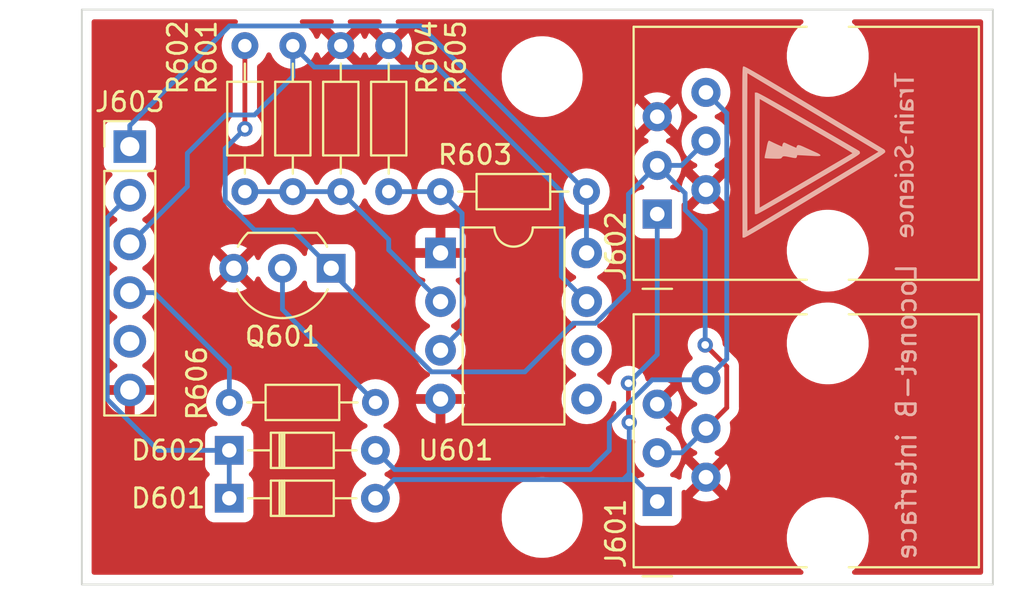
<source format=kicad_pcb>
(kicad_pcb (version 20211014) (generator pcbnew)
  (layers (0 "F.Cu" signal) (31 "B.Cu" signal) (34 "B.Paste" user) (35 "F.Paste" user) (36 "B.SilkS" user "B.Silkscreen") (37 "F.SilkS" user "F.Silkscreen") (38 "B.Mask" user) (39 "F.Mask" user) (44 "Edge.Cuts" user))
  (net 0 "")
  (net 1 "+12V")
  (net 2 "railsyncB")
  (net 3 "railsyncA")
  (net 4 "GND")
  (net 5 "Net-(J601-Pad3)")
  (net 6 "+5V")
  (net 7 "Lnet_Rx")
  (net 8 "Lnet_Tx")
  (net 10 "Net-(R606-Pad1)")
  (net 11 "Net-(R601-Pad1)")
  (net 12 "Net-(R603-Pad1)")
  (footprint "Resistor_THT:R_Axial_DIN0204_L3.6mm_D1.6mm_P7.62mm_Horizontal" (layer "F.Cu") (at 165.19 117)
    (fp_text reference "R603" (at 1.81 -1.92) (layer "F.SilkS"))
    (fp_text value "10k")
    (fp_line (start 5.73 0.92) (end 5.73 -0.92) (layer "F.SilkS") (width 0.12))
    (fp_line (start 1.89 0.92) (end 5.73 0.92) (layer "F.SilkS") (width 0.12))
    (fp_line (start 0.94 0) (end 1.89 0) (layer "F.SilkS") (width 0.12))
    (fp_line (start 5.73 -0.92) (end 1.89 -0.92) (layer "F.SilkS") (width 0.12))
    (fp_line (start 1.89 -0.92) (end 1.89 0.92) (layer "F.SilkS") (width 0.12))
    (fp_line (start 6.68 0) (end 5.73 0) (layer "F.SilkS") (width 0.12))
    (pad "1" thru_hole circle (at 0 0) (size 1.4 1.4) (drill 0.7) (layers *.Cu *.Mask) (net 12 "Net-(R603-Pad1)"))
    (pad "2" thru_hole oval (at 7.62 0) (size 1.4 1.4) (drill 0.7) (layers *.Cu *.Mask) (net 6 "+5V"))
  )
  (footprint "Connector_RJ:RJ12_Amphenol_54601" (layer "F.Cu") (at 176.5 118.17 90)
    (fp_text reference "J602" (at -1.67 -2.16 90) (layer "F.SilkS"))
    (fp_text value "RJ12")
    (fp_line (start 9.77 16.65) (end 9.77 16.77) (layer "F.SilkS") (width 0.1))
    (fp_line (start 9.77 16.77) (end 9.77 9.99) (layer "F.SilkS") (width 0.12))
    (fp_line (start 9.77 16.77) (end -3.43 16.77) (layer "F.SilkS") (width 0.12))
    (fp_line (start -3.43 -1.23) (end 9.77 -1.23) (layer "F.SilkS") (width 0.12))
    (fp_line (start -3.43 16.77) (end -3.43 9.99) (layer "F.SilkS") (width 0.12))
    (fp_line (start -3.9 0.77) (end -3.9 -0.76) (layer "F.SilkS") (width 0.12))
    (fp_line (start -3.43 7.79) (end -3.43 -1.23) (layer "F.SilkS") (width 0.12))
    (fp_line (start 9.77 -1.23) (end 9.77 7.79) (layer "F.SilkS") (width 0.12))
    (fp_line (start 9.77 16.76) (end 9.77 16.77) (layer "F.SilkS") (width 0.1))
    (fp_line (start -3.43 7.72) (end -3.43 7.79) (layer "F.SilkS") (width 0.1))
    (pad "" np_thru_hole circle (at -1.91 8.89 90) (size 3.25 3.25) (drill 3.25) (layers *.Cu *.Mask))
    (pad "" np_thru_hole circle (at 8.25 8.89 90) (size 3.25 3.25) (drill 3.25) (layers *.Cu *.Mask))
    (pad "1" thru_hole rect (at 0 0 90) (size 1.52 1.52) (drill 0.76) (layers *.Cu *.Mask) (net 2 "railsyncB"))
    (pad "2" thru_hole circle (at 1.27 2.54 90) (size 1.52 1.52) (drill 0.76) (layers *.Cu *.Mask) (net 4 "GND"))
    (pad "3" thru_hole circle (at 2.54 0 90) (size 1.52 1.52) (drill 0.76) (layers *.Cu *.Mask) (net 5 "Net-(J601-Pad3)"))
    (pad "4" thru_hole circle (at 3.81 2.54 90) (size 1.52 1.52) (drill 0.76) (layers *.Cu *.Mask) (net 5 "Net-(J601-Pad3)"))
    (pad "5" thru_hole circle (at 5.08 0 90) (size 1.52 1.52) (drill 0.76) (layers *.Cu *.Mask) (net 4 "GND"))
    (pad "6" thru_hole circle (at 6.35 2.54 90) (size 1.52 1.52) (drill 0.76) (layers *.Cu *.Mask) (net 3 "railsyncA"))
  )
  (footprint "Package_TO_SOT_THT:TO-92_Inline_Wide" (layer "F.Cu") (at 159.5 121 180)
    (fp_text reference "Q601" (at 2.54 -3.56) (layer "F.SilkS"))
    (fp_text value "BC547")
    (fp_line (start 0.74 1.85) (end 4.34 1.85) (layer "F.SilkS") (width 0.12))
    (fp_arc (start 0.1836 -1.098807) (mid 1.143021 -2.192817) (end 2.54 -2.6) (layer "F.SilkS") (width 0.12))
    (fp_arc (start 4.864184 1.122795) (mid 4.633903 1.509328) (end 4.34 1.85) (layer "F.SilkS") (width 0.12))
    (fp_arc (start 2.54 -2.6) (mid 3.936979 -2.192818) (end 4.8964 -1.098807) (layer "F.SilkS") (width 0.12))
    (fp_arc (start 0.74 1.85) (mid 0.446097 1.509328) (end 0.215816 1.122795) (layer "F.SilkS") (width 0.12))
    (pad "1" thru_hole rect (at 0 0 180) (size 1.5 1.5) (drill 0.8) (layers *.Cu *.Mask) (net 5 "Net-(J601-Pad3)"))
    (pad "2" thru_hole circle (at 2.54 0 180) (size 1.5 1.5) (drill 0.8) (layers *.Cu *.Mask) (net 10 "Net-(R606-Pad1)"))
    (pad "3" thru_hole circle (at 5.08 0 180) (size 1.5 1.5) (drill 0.8) (layers *.Cu *.Mask) (net 4 "GND"))
  )
  (footprint "Resistor_THT:R_Axial_DIN0204_L3.6mm_D1.6mm_P7.62mm_Horizontal" (layer "F.Cu") (at 155 117 90)
    (fp_text reference "R602" (at 7 -3.5 90) (layer "F.SilkS"))
    (fp_text value "47k")
    (fp_line (start 5.73 -0.92) (end 1.89 -0.92) (layer "F.SilkS") (width 0.12))
    (fp_line (start 6.68 0) (end 5.73 0) (layer "F.SilkS") (width 0.12))
    (fp_line (start 5.73 0.92) (end 5.73 -0.92) (layer "F.SilkS") (width 0.12))
    (fp_line (start 1.89 -0.92) (end 1.89 0.92) (layer "F.SilkS") (width 0.12))
    (fp_line (start 0.94 0) (end 1.89 0) (layer "F.SilkS") (width 0.12))
    (fp_line (start 1.89 0.92) (end 5.73 0.92) (layer "F.SilkS") (width 0.12))
    (pad "1" thru_hole circle (at 0 0 90) (size 1.4 1.4) (drill 0.7) (layers *.Cu *.Mask) (net 11 "Net-(R601-Pad1)"))
    (pad "2" thru_hole oval (at 7.62 0 90) (size 1.4 1.4) (drill 0.7) (layers *.Cu *.Mask) (net 5 "Net-(J601-Pad3)"))
  )
  (footprint "Diode_THT:D_DO-34_SOD68_P7.62mm_Horizontal" (layer "F.Cu") (at 154.185 133)
    (fp_text reference "D601" (at -3.185 0) (layer "F.SilkS"))
    (fp_text value "D")
    (fp_line (start 2.746 -0.92) (end 2.746 0.92) (layer "F.SilkS") (width 0.12))
    (fp_line (start 2.626 -0.92) (end 2.626 0.92) (layer "F.SilkS") (width 0.12))
    (fp_line (start 6.63 0) (end 5.45 0) (layer "F.SilkS") (width 0.12))
    (fp_line (start 2.17 -0.92) (end 2.17 0.92) (layer "F.SilkS") (width 0.12))
    (fp_line (start 0.99 0) (end 2.17 0) (layer "F.SilkS") (width 0.12))
    (fp_line (start 2.866 -0.92) (end 2.866 0.92) (layer "F.SilkS") (width 0.12))
    (fp_line (start 5.45 -0.92) (end 2.17 -0.92) (layer "F.SilkS") (width 0.12))
    (fp_line (start 2.17 0.92) (end 5.45 0.92) (layer "F.SilkS") (width 0.12))
    (fp_line (start 5.45 0.92) (end 5.45 -0.92) (layer "F.SilkS") (width 0.12))
    (pad "1" thru_hole rect (at 0 0) (size 1.5 1.5) (drill 0.75) (layers *.Cu *.Mask) (net 1 "+12V"))
    (pad "2" thru_hole oval (at 7.62 0) (size 1.5 1.5) (drill 0.75) (layers *.Cu *.Mask) (net 2 "railsyncB"))
  )
  (footprint "Resistor_THT:R_Axial_DIN0204_L3.6mm_D1.6mm_P7.62mm_Horizontal" (layer "F.Cu") (at 161.81 128 180)
    (fp_text reference "R606" (at 9.31 1 90) (layer "F.SilkS"))
    (fp_text value "1k")
    (fp_line (start 5.73 -0.92) (end 1.89 -0.92) (layer "F.SilkS") (width 0.12))
    (fp_line (start 5.73 0.92) (end 5.73 -0.92) (layer "F.SilkS") (width 0.12))
    (fp_line (start 6.68 0) (end 5.73 0) (layer "F.SilkS") (width 0.12))
    (fp_line (start 1.89 0.92) (end 5.73 0.92) (layer "F.SilkS") (width 0.12))
    (fp_line (start 0.94 0) (end 1.89 0) (layer "F.SilkS") (width 0.12))
    (fp_line (start 1.89 -0.92) (end 1.89 0.92) (layer "F.SilkS") (width 0.12))
    (pad "1" thru_hole circle (at 0 0 180) (size 1.4 1.4) (drill 0.7) (layers *.Cu *.Mask) (net 10 "Net-(R606-Pad1)"))
    (pad "2" thru_hole oval (at 7.62 0 180) (size 1.4 1.4) (drill 0.7) (layers *.Cu *.Mask) (net 8 "Lnet_Tx"))
  )
  (footprint "Diode_THT:D_DO-34_SOD68_P7.62mm_Horizontal" (layer "F.Cu") (at 154.185 130.5)
    (fp_text reference "D602" (at -3.185 0) (layer "F.SilkS"))
    (fp_text value "D")
    (fp_line (start 5.45 0.92) (end 5.45 -0.92) (layer "F.SilkS") (width 0.12))
    (fp_line (start 6.63 0) (end 5.45 0) (layer "F.SilkS") (width 0.12))
    (fp_line (start 2.746 -0.92) (end 2.746 0.92) (layer "F.SilkS") (width 0.12))
    (fp_line (start 5.45 -0.92) (end 2.17 -0.92) (layer "F.SilkS") (width 0.12))
    (fp_line (start 2.17 0.92) (end 5.45 0.92) (layer "F.SilkS") (width 0.12))
    (fp_line (start 2.626 -0.92) (end 2.626 0.92) (layer "F.SilkS") (width 0.12))
    (fp_line (start 2.17 -0.92) (end 2.17 0.92) (layer "F.SilkS") (width 0.12))
    (fp_line (start 0.99 0) (end 2.17 0) (layer "F.SilkS") (width 0.12))
    (fp_line (start 2.866 -0.92) (end 2.866 0.92) (layer "F.SilkS") (width 0.12))
    (pad "1" thru_hole rect (at 0 0) (size 1.5 1.5) (drill 0.75) (layers *.Cu *.Mask) (net 1 "+12V"))
    (pad "2" thru_hole oval (at 7.62 0) (size 1.5 1.5) (drill 0.75) (layers *.Cu *.Mask) (net 3 "railsyncA"))
  )
  (footprint "MountingHole:MountingHole_3.2mm_M3" (layer "F.Cu") (at 170.5 134)
    (fp_text reference "REF**" hide)
    (fp_text value "MountingHole_3.2mm_M3")
    (pad "" np_thru_hole circle (at 0 0) (size 3.2 3.2) (drill 3.2) (layers F&B.Cu *.Mask))
  )
  (footprint "Resistor_THT:R_Axial_DIN0204_L3.6mm_D1.6mm_P7.62mm_Horizontal" (layer "F.Cu") (at 157.5 117 90)
    (fp_text reference "R601" (at 7 -4.5 90) (layer "F.SilkS"))
    (fp_text value "220k")
    (fp_line (start 5.73 -0.92) (end 1.89 -0.92) (layer "F.SilkS") (width 0.12))
    (fp_line (start 0.94 0) (end 1.89 0) (layer "F.SilkS") (width 0.12))
    (fp_line (start 1.89 0.92) (end 5.73 0.92) (layer "F.SilkS") (width 0.12))
    (fp_line (start 5.73 0.92) (end 5.73 -0.92) (layer "F.SilkS") (width 0.12))
    (fp_line (start 6.68 0) (end 5.73 0) (layer "F.SilkS") (width 0.12))
    (fp_line (start 1.89 -0.92) (end 1.89 0.92) (layer "F.SilkS") (width 0.12))
    (pad "1" thru_hole circle (at 0 0 90) (size 1.4 1.4) (drill 0.7) (layers *.Cu *.Mask) (net 11 "Net-(R601-Pad1)"))
    (pad "2" thru_hole oval (at 7.62 0 90) (size 1.4 1.4) (drill 0.7) (layers *.Cu *.Mask) (net 7 "Lnet_Rx"))
  )
  (footprint "Connector_RJ:RJ12_Amphenol_54601" (layer "F.Cu") (at 176.5 133.17 90)
    (fp_text reference "J601" (at -1.67 -2.16 90) (layer "F.SilkS"))
    (fp_text value "RJ12")
    (fp_line (start 9.77 16.76) (end 9.77 16.77) (layer "F.SilkS") (width 0.1))
    (fp_line (start 9.77 16.77) (end 9.77 9.99) (layer "F.SilkS") (width 0.12))
    (fp_line (start 9.77 16.65) (end 9.77 16.77) (layer "F.SilkS") (width 0.1))
    (fp_line (start 9.77 -1.23) (end 9.77 7.79) (layer "F.SilkS") (width 0.12))
    (fp_line (start -3.43 -1.23) (end 9.77 -1.23) (layer "F.SilkS") (width 0.12))
    (fp_line (start -3.43 16.77) (end -3.43 9.99) (layer "F.SilkS") (width 0.12))
    (fp_line (start -3.43 7.79) (end -3.43 -1.23) (layer "F.SilkS") (width 0.12))
    (fp_line (start 9.77 16.77) (end -3.43 16.77) (layer "F.SilkS") (width 0.12))
    (fp_line (start -3.43 7.72) (end -3.43 7.79) (layer "F.SilkS") (width 0.1))
    (fp_line (start -3.9 0.77) (end -3.9 -0.76) (layer "F.SilkS") (width 0.12))
    (pad "" np_thru_hole circle (at 8.25 8.89 90) (size 3.25 3.25) (drill 3.25) (layers *.Cu *.Mask))
    (pad "" np_thru_hole circle (at -1.91 8.89 90) (size 3.25 3.25) (drill 3.25) (layers *.Cu *.Mask))
    (pad "1" thru_hole rect (at 0 0 90) (size 1.52 1.52) (drill 0.76) (layers *.Cu *.Mask) (net 2 "railsyncB"))
    (pad "2" thru_hole circle (at 1.27 2.54 90) (size 1.52 1.52) (drill 0.76) (layers *.Cu *.Mask) (net 4 "GND"))
    (pad "3" thru_hole circle (at 2.54 0 90) (size 1.52 1.52) (drill 0.76) (layers *.Cu *.Mask) (net 5 "Net-(J601-Pad3)"))
    (pad "4" thru_hole circle (at 3.81 2.54 90) (size 1.52 1.52) (drill 0.76) (layers *.Cu *.Mask) (net 5 "Net-(J601-Pad3)"))
    (pad "5" thru_hole circle (at 5.08 0 90) (size 1.52 1.52) (drill 0.76) (layers *.Cu *.Mask) (net 4 "GND"))
    (pad "6" thru_hole circle (at 6.35 2.54 90) (size 1.52 1.52) (drill 0.76) (layers *.Cu *.Mask) (net 3 "railsyncA"))
  )
  (footprint "Resistor_THT:R_Axial_DIN0204_L3.6mm_D1.6mm_P7.62mm_Horizontal" (layer "F.Cu") (at 162.5 109.38 -90)
    (fp_text reference "R605" (at 0.62 -3.5 90) (layer "F.SilkS"))
    (fp_text value "22k")
    (fp_line (start 5.73 0.92) (end 5.73 -0.92) (layer "F.SilkS") (width 0.12))
    (fp_line (start 1.89 -0.92) (end 1.89 0.92) (layer "F.SilkS") (width 0.12))
    (fp_line (start 0.94 0) (end 1.89 0) (layer "F.SilkS") (width 0.12))
    (fp_line (start 6.68 0) (end 5.73 0) (layer "F.SilkS") (width 0.12))
    (fp_line (start 5.73 -0.92) (end 1.89 -0.92) (layer "F.SilkS") (width 0.12))
    (fp_line (start 1.89 0.92) (end 5.73 0.92) (layer "F.SilkS") (width 0.12))
    (pad "1" thru_hole circle (at 0 0 270) (size 1.4 1.4) (drill 0.7) (layers *.Cu *.Mask) (net 4 "GND"))
    (pad "2" thru_hole oval (at 7.62 0 270) (size 1.4 1.4) (drill 0.7) (layers *.Cu *.Mask) (net 12 "Net-(R603-Pad1)"))
  )
  (footprint "Resistor_THT:R_Axial_DIN0204_L3.6mm_D1.6mm_P7.62mm_Horizontal" (layer "F.Cu") (at 160 109.38 -90)
    (fp_text reference "R604" (at 0.62 -4.5 90) (layer "F.SilkS"))
    (fp_text value "150k")
    (fp_line (start 5.73 -0.92) (end 1.89 -0.92) (layer "F.SilkS") (width 0.12))
    (fp_line (start 0.94 0) (end 1.89 0) (layer "F.SilkS") (width 0.12))
    (fp_line (start 1.89 -0.92) (end 1.89 0.92) (layer "F.SilkS") (width 0.12))
    (fp_line (start 6.68 0) (end 5.73 0) (layer "F.SilkS") (width 0.12))
    (fp_line (start 1.89 0.92) (end 5.73 0.92) (layer "F.SilkS") (width 0.12))
    (fp_line (start 5.73 0.92) (end 5.73 -0.92) (layer "F.SilkS") (width 0.12))
    (pad "1" thru_hole circle (at 0 0 270) (size 1.4 1.4) (drill 0.7) (layers *.Cu *.Mask) (net 4 "GND"))
    (pad "2" thru_hole oval (at 7.62 0 270) (size 1.4 1.4) (drill 0.7) (layers *.Cu *.Mask) (net 11 "Net-(R601-Pad1)"))
  )
  (footprint "MountingHole:MountingHole_3.2mm_M3" (layer "F.Cu") (at 170.5 111)
    (fp_text reference "REF**" hide)
    (fp_text value "MountingHole_3.2mm_M3")
    (pad "" np_thru_hole circle (at 0 0) (size 3.2 3.2) (drill 3.2) (layers *.Cu *.Mask))
  )
  (footprint "Connector_PinHeader_2.54mm:PinHeader_1x06_P2.54mm_Vertical" (layer "F.Cu") (at 149 114.65)
    (fp_text reference "J603" (at 0 -2.33) (layer "F.SilkS"))
    (fp_text value "Conn_01x06_Male")
    (fp_line (start -1.33 0) (end -1.33 -1.33) (layer "F.SilkS") (width 0.12))
    (fp_line (start -1.33 1.27) (end 1.33 1.27) (layer "F.SilkS") (width 0.12))
    (fp_line (start 1.33 1.27) (end 1.33 14.03) (layer "F.SilkS") (width 0.12))
    (fp_line (start -1.33 14.03) (end 1.33 14.03) (layer "F.SilkS") (width 0.12))
    (fp_line (start -1.33 -1.33) (end 0 -1.33) (layer "F.SilkS") (width 0.12))
    (fp_line (start -1.33 1.27) (end -1.33 14.03) (layer "F.SilkS") (width 0.12))
    (pad "1" thru_hole rect (at 0 0) (size 1.7 1.7) (drill 1) (layers *.Cu *.Mask) (net 6 "+5V"))
    (pad "2" thru_hole oval (at 0 2.54) (size 1.7 1.7) (drill 1) (layers *.Cu *.Mask) (net 1 "+12V"))
    (pad "3" thru_hole oval (at 0 5.08) (size 1.7 1.7) (drill 1) (layers *.Cu *.Mask) (net 7 "Lnet_Rx"))
    (pad "4" thru_hole oval (at 0 7.62) (size 1.7 1.7) (drill 1) (layers *.Cu *.Mask) (net 8 "Lnet_Tx"))
    (pad "5" thru_hole oval (at 0 10.16) (size 1.7 1.7) (drill 1) (layers *.Cu *.Mask))
    (pad "6" thru_hole oval (at 0 12.7) (size 1.7 1.7) (drill 1) (layers *.Cu *.Mask) (net 4 "GND"))
  )
  (footprint "Package_DIP:DIP-8_W7.62mm" (layer "F.Cu") (at 165.2 120.2)
    (fp_text reference "U601" (at 0.8 10.3) (layer "F.SilkS"))
    (fp_text value "LM311")
    (fp_line (start 1.16 8.95) (end 6.46 8.95) (layer "F.SilkS") (width 0.12))
    (fp_line (start 6.46 8.95) (end 6.46 -1.33) (layer "F.SilkS") (width 0.12))
    (fp_line (start 2.81 -1.33) (end 1.16 -1.33) (layer "F.SilkS") (width 0.12))
    (fp_line (start 1.16 -1.33) (end 1.16 8.95) (layer "F.SilkS") (width 0.12))
    (fp_line (start 6.46 -1.33) (end 4.81 -1.33) (layer "F.SilkS") (width 0.12))
    (fp_arc (start 4.81 -1.33) (mid 3.81 -0.33) (end 2.81 -1.33) (layer "F.SilkS") (width 0.12))
    (pad "1" thru_hole rect (at 0 0) (size 1.6 1.6) (drill 0.8) (layers *.Cu *.Mask) (net 4 "GND"))
    (pad "2" thru_hole oval (at 0 2.54) (size 1.6 1.6) (drill 0.8) (layers *.Cu *.Mask) (net 11 "Net-(R601-Pad1)"))
    (pad "3" thru_hole oval (at 0 5.08) (size 1.6 1.6) (drill 0.8) (layers *.Cu *.Mask) (net 12 "Net-(R603-Pad1)"))
    (pad "4" thru_hole oval (at 0 7.62) (size 1.6 1.6) (drill 0.8) (layers *.Cu *.Mask) (net 4 "GND"))
    (pad "5" thru_hole oval (at 7.62 7.62) (size 1.6 1.6) (drill 0.8) (layers *.Cu *.Mask))
    (pad "6" thru_hole oval (at 7.62 5.08) (size 1.6 1.6) (drill 0.8) (layers *.Cu *.Mask))
    (pad "7" thru_hole oval (at 7.62 2.54) (size 1.6 1.6) (drill 0.8) (layers *.Cu *.Mask) (net 7 "Lnet_Rx"))
    (pad "8" thru_hole oval (at 7.62 0) (size 1.6 1.6) (drill 0.8) (layers *.Cu *.Mask) (net 6 "+5V"))
  )
  (footprint "kicad_images:Train-Science logo small" (layer "B.Cu") (at 185.5 115 -90)
    (fp_text reference "G***" hide)
    (fp_text value "LOGO" hide)
    (fp_poly (pts (xy 1.223321 -4.3782) (xy 1.062357 -4.3782) (xy 1.062357 -3.637769) (xy 1.223321 -3.637769)) (layer "B.SilkS") (width 0) (fill solid))
    (fp_poly (pts (xy -1.867174 -4.3782) (xy -2.028137 -4.3782) (xy -2.028137 -3.637769) (xy -1.867174 -3.637769)) (layer "B.SilkS") (width 0) (fill solid))
    (fp_poly (pts (xy 0.784156 -3.654371) (xy 0.871115 -3.697368) (xy 0.920801 -3.756548) (xy 0.922188 -3.814197) (xy 0.900905 -3.852981) (xy 0.870209 -3.843557) (xy 0.841851 -3.819211) (xy 0.752511 -3.7745) (xy 0.650954 -3.773442) (xy 0.566548 -3.81626) (xy 0.565671 -3.817129) (xy 0.529974 -3.888454) (xy 0.515171 -3.998249) (xy 0.515082 -4.007985) (xy 0.527932 -4.119813) (xy 0.562192 -4.195116) (xy 0.565671 -4.198841) (xy 0.649649 -4.242246) (xy 0.751171 -4.241772) (xy 0.840868 -4.197642) (xy 0.841851 -4.196759) (xy 0.887126 -4.162129) (xy 0.910558 -4.174932) (xy 0.922188 -4.201773) (xy 0.917633 -4.267108) (xy 0.862679 -4.324764) (xy 0.771275 -4.364981) (xy 0.670003 -4.3782) (xy 0.56494 -4.364144) (xy 0.478534 -4.312169) (xy 0.444446 -4.280323) (xy 0.39028 -4.220957) (xy 0.36277 -4.166703) (xy 0.355287 -4.094215) (xy 0.360798 -3.985733) (xy 0.391249 -3.823108) (xy 0.456936 -3.713042) (xy 0.560567 -3.652527) (xy 0.674274 -3.637769)) (layer "B.SilkS") (width 0) (fill solid))
    (fp_poly (pts (xy -3.669632 -3.34866) (xy -3.559722 -3.351709) (xy -3.492918 -3.358945) (xy -3.458582 -3.372129) (xy -3.446076 -3.393024) (xy -3.444613 -3.412421) (xy -3.454092 -3.452657) (xy -3.493451 -3.471683) (xy -3.579073 -3.476782) (xy -3.58948 -3.476806) (xy -3.734347 -3.476806) (xy -3.734347 -4.3782) (xy -3.89531 -4.3782) (xy -3.89531 -3.480334) (xy -4.047936 -3.470522) (xy -4.148526 -3.457408) (xy -4.198923 -3.431105) (xy -4.21126 -3.404373) (xy -4.210399 -3.380588) (xy -4.190335 -3.364589) (xy -4.140901 -3.354863) (xy -4.051928 -3.349892) (xy -3.91325 -3.348161) (xy -3.833286 -3.348036)) (layer "B.SilkS") (width 0) (fill solid))
    (fp_poly (pts (xy -3.20706 -3.649174) (xy -3.187072 -3.671095) (xy -3.167366 -3.687977) (xy -3.124803 -3.671095) (xy -3.032476 -3.639196) (xy -2.952967 -3.641074) (xy -2.904379 -3.674259) (xy -2.897338 -3.702155) (xy -2.912873 -3.749633) (xy -2.970283 -3.766013) (xy -2.992091 -3.76654) (xy -3.08017 -3.784752) (xy -3.139695 -3.843818) (xy -3.1741 -3.950385) (xy -3.18682 -4.1111) (xy -3.187072 -4.143919) (xy -3.188151 -4.264488) (xy -3.194538 -4.33444) (xy -3.210963 -4.367539) (xy -3.242154 -4.377549) (xy -3.267554 -4.3782) (xy -3.348035 -4.3782) (xy -3.348035 -3.637769) (xy -3.267554 -3.637769)) (layer "B.SilkS") (width 0) (fill solid))
    (fp_poly (pts (xy -1.179743 -3.652213) (xy -1.106639 -3.700519) (xy -1.060135 -3.79015) (xy -1.036075 -3.928568) (xy -1.030165 -4.092808) (xy -1.03083 -4.228722) (xy -1.035174 -4.312734) (xy -1.046716 -4.357328) (xy -1.068976 -4.374987) (xy -1.105476 -4.378194) (xy -1.110646 -4.3782) (xy -1.150723 -4.375415) (xy -1.174641 -4.358257) (xy -1.186568 -4.313522) (xy -1.190674 -4.228007) (xy -1.191128 -4.123292) (xy -1.193501 -3.995739) (xy -1.199781 -3.889366) (xy -1.208712 -3.82384) (xy -1.210669 -3.817462) (xy -1.256725 -3.775444) (xy -1.33462 -3.771399) (xy -1.424149 -3.805399) (xy -1.441506 -3.816654) (xy -1.477783 -3.84892) (xy -1.499291 -3.893461) (xy -1.50977 -3.966262) (xy -1.512958 -4.083304) (xy -1.513054 -4.122485) (xy -1.513927 -4.249664) (xy -1.519311 -4.325642) (xy -1.533355 -4.363601) (xy -1.560209 -4.376724) (xy -1.593536 -4.3782) (xy -1.674018 -4.3782) (xy -1.674018 -4.007985) (xy -1.67363 -3.849262) (xy -1.670933 -3.743962) (xy -1.663621 -3.681124) (xy -1.649392 -3.649787) (xy -1.625943 -3.638988) (xy -1.596219 -3.637769) (xy -1.53075 -3.652507) (xy -1.503665 -3.67801) (xy -1.482168 -3.702107) (xy -1.446255 -3.67801) (xy -1.387205 -3.651219) (xy -1.298048 -3.63805) (xy -1.283604 -3.637769)) (layer "B.SilkS") (width 0) (fill solid))
    (fp_poly (pts (xy -1.879051 -3.365565) (xy -1.85507 -3.397528) (xy -1.848957 -3.467248) (xy -1.897497 -3.5033) (xy -1.951794 -3.508999) (xy -2.01104 -3.497959) (xy -2.024208 -3.453786) (xy -2.022328 -3.436565) (xy -1.991057 -3.378361) (xy -1.934811 -3.352714)) (layer "B.SilkS") (width 0) (fill solid))
    (fp_poly (pts (xy 4.191957 -3.665419) (xy 4.293411 -3.737669) (xy 4.360573 -3.838471) (xy 4.3782 -3.925027) (xy 4.3782 -4.024081) (xy 4.120659 -4.024081) (xy 3.992123 -4.025517) (xy 3.915069 -4.031892) (xy 3.876617 -4.046313) (xy 3.86389 -4.071882) (xy 3.863118 -4.086167) (xy 3.886785 -4.17496) (xy 3.959423 -4.227168) (xy 4.083491 -4.244072) (xy 4.15906 -4.240295) (xy 4.267524 -4.233706) (xy 4.325375 -4.2403) (xy 4.345405 -4.262067) (xy 4.346008 -4.269376) (xy 4.317527 -4.321331) (xy 4.243324 -4.357024) (xy 4.140255 -4.375338) (xy 4.025174 -4.375154) (xy 3.91494 -4.355354) (xy 3.826407 -4.31482) (xy 3.813457 -4.304705) (xy 3.748327 -4.223779) (xy 3.71501 -4.110586) (xy 3.710957 -4.07989) (xy 3.714938 -3.908) (xy 3.730244 -3.869557) (xy 3.863118 -3.869557) (xy 3.892233 -3.883662) (xy 3.967337 -3.893017) (xy 4.040178 -3.895311) (xy 4.137154 -3.891076) (xy 4.201466 -3.880152) (xy 4.217237 -3.869557) (xy 4.188421 -3.814477) (xy 4.114915 -3.776712) (xy 4.040178 -3.76654) (xy 3.945509 -3.783306) (xy 3.880602 -3.826073) (xy 3.863118 -3.869557) (xy 3.730244 -3.869557) (xy 3.767799 -3.775233) (xy 3.866587 -3.685192) (xy 4.008349 -3.641482) (xy 4.073248 -3.637769)) (layer "B.SilkS") (width 0) (fill solid))
    (fp_poly (pts (xy 3.179239 3.830925) (xy 3.169077 3.796052) (xy 3.134748 3.721875) (xy 3.075339 3.60678) (xy 2.989941 3.449155) (xy 2.877641 3.24739) (xy 2.737526 2.999872) (xy 2.568687 2.704989) (xy 2.370211 2.361128) (xy 2.141187 1.966679) (xy 1.880703 1.52003) (xy 1.631778 1.09455) (xy 1.368647 0.645596) (xy 1.135907 0.249143) (xy 0.93161 -0.097982) (xy 0.753807 -0.398953) (xy 0.60055 -0.656942) (xy 0.469891 -0.875124) (xy 0.359881 -1.05667) (xy 0.268572 -1.204755) (xy 0.194014 -1.322552) (xy 0.134261 -1.413233) (xy 0.087362 -1.479973) (xy 0.051371 -1.525943) (xy 0.024337 -1.554318) (xy 0.004314 -1.568271) (xy -0.004969 -1.571019) (xy -0.078828 -1.563333) (xy -0.118283 -1.538827) (xy -0.138767 -1.505458) (xy -0.189191 -1.420294) (xy -0.267262 -1.287274) (xy -0.370688 -1.110339) (xy -0.497173 -0.893428) (xy -0.644426 -0.640482) (xy -0.810153 -0.355441) (xy -0.99206 -0.042244) (xy -1.187855 0.295169) (xy -1.395243 0.652857) (xy -1.611932 1.02688) (xy -1.660439 1.110646) (xy -1.943382 1.600038) (xy -2.194371 2.035755) (xy -2.414343 2.419476) (xy -2.604234 2.752877) (xy -2.764981 3.037634) (xy -2.89752 3.275425) (xy -3.002787 3.467927) (xy -3.081719 3.616816) (xy -3.100264 3.653866) (xy -2.831057 3.653866) (xy -1.427803 1.229825) (xy -1.217976 0.867944) (xy -1.017222 0.522838) (xy -0.827885 0.198474) (xy -0.652308 -0.101185) (xy -0.492836 -0.372174) (xy -0.351814 -0.61053) (xy -0.231586 -0.812287) (xy -0.134496 -0.973481) (xy -0.062889 -1.090149) (xy -0.019109 -1.158326) (xy -0.005551 -1.175218) (xy 0.013203 -1.145197) (xy 0.062076 -1.063637) (xy 0.138687 -0.934577) (xy 0.240658 -0.762061) (xy 0.365609 -0.55013) (xy 0.511161 -0.302826) (xy 0.674935 -0.02419) (xy 0.854552 0.281735) (xy 1.047632 0.610908) (xy 1.251797 0.959287) (xy 1.421346 1.248823) (xy 2.829247 3.653866) (xy 1.414623 3.662249) (xy 1.04211 3.663984) (xy 0.624153 3.665121) (xy 0.179691 3.665659) (xy -0.272337 3.665598) (xy -0.712992 3.664938) (xy -1.123334 3.663678) (xy -1.415529 3.662249) (xy -2.831057 3.653866) (xy -3.100264 3.653866) (xy -3.135253 3.723769) (xy -3.164325 3.790463) (xy -3.17064 3.814829) (xy -3.170976 3.911407) (xy 3.170976 3.911407)) (layer "B.SilkS") (width 0) (fill solid))
    (fp_poly (pts (xy -2.177236 4.566716) (xy -1.724771 4.566214) (xy -1.217326 4.565463) (xy -0.651718 4.564501) (xy -0.055144 4.563421) (xy 4.394297 4.55526) (xy 4.402412 4.474778) (xy 4.392766 4.444092) (xy 4.360546 4.377472) (xy 4.304831 4.273357) (xy 4.224701 4.130187) (xy 4.119236 3.9464) (xy 3.987517 3.720436) (xy 3.828623 3.450735) (xy 3.641634 3.135735) (xy 3.425631 2.773875) (xy 3.179692 2.363596) (xy 2.902899 1.903335) (xy 2.594331 1.391532) (xy 2.253068 0.826627) (xy 2.210681 0.756527) (xy 1.892208 0.230049) (xy 1.605234 -0.243951) (xy 1.348069 -0.66817) (xy 1.119028 -1.045302) (xy 0.916421 -1.378044) (xy 0.738561 -1.669091) (xy 0.583761 -1.921141) (xy 0.450332 -2.136888) (xy 0.336586 -2.319029) (xy 0.240836 -2.470259) (xy 0.161394 -2.593274) (xy 0.096573 -2.690771) (xy 0.044683 -2.765444) (xy 0.004038 -2.819991) (xy -0.02705 -2.857107) (xy -0.05027 -2.879488) (xy -0.067308 -2.88983) (xy -0.073048 -2.891234) (xy -0.156237 -2.877194) (xy -0.204854 -2.826849) (xy -0.227047 -2.790521) (xy -0.280348 -2.702298) (xy -0.362758 -2.565508) (xy -0.47228 -2.383476) (xy -0.606914 -2.159531) (xy -0.764662 -1.897) (xy -0.943527 -1.599208) (xy -1.141509 -1.269484) (xy -1.356611 -0.911155) (xy -1.586834 -0.527547) (xy -1.830181 -0.121988) (xy -2.084652 0.302196) (xy -2.348249 0.741676) (xy -2.411808 0.847656) (xy -2.72913 1.377004) (xy -3.014693 1.853894) (xy -3.270035 2.280976) (xy -3.496692 2.660897) (xy -3.696204 2.996307) (xy -3.870107 3.289854) (xy -4.01994 3.544188) (xy -4.147239 3.761957) (xy -4.253544 3.94581) (xy -4.340391 4.098397) (xy -4.409319 4.222366) (xy -4.449721 4.297718) (xy -4.178624 4.297718) (xy -0.08088 -2.532058) (xy 0.192957 -2.079549) (xy 0.247331 -1.989669) (xy 0.332405 -1.84901) (xy 0.445566 -1.661887) (xy 0.584205 -1.43262) (xy 0.74571 -1.165527) (xy 0.92747 -0.864926) (xy 1.126875 -0.535135) (xy 1.341313 -0.180472) (xy 1.568173 0.194744) (xy 1.804844 0.586196) (xy 2.048716 0.989564) (xy 2.257763 1.33534) (xy 4.048733 4.297718) (xy 1.992174 4.306003) (xy 1.548356 4.307468) (xy 1.05587 4.308526) (xy 0.530432 4.309176) (xy -0.012241 4.309419) (xy -0.556433 4.309254) (xy -1.086428 4.308682) (xy -1.58651 4.307702) (xy -2.040962 4.306315) (xy -2.121505 4.306003) (xy -4.178624 4.297718) (xy -4.449721 4.297718) (xy -4.461864 4.320365) (xy -4.499566 4.395045) (xy -4.523961 4.449053) (xy -4.536588 4.485039) (xy -4.538984 4.505651) (xy -4.537712 4.509683) (xy -4.531875 4.518362) (xy -4.522005 4.526181) (xy -4.504918 4.533179) (xy -4.47743 4.539392) (xy -4.436357 4.54486) (xy -4.378514 4.549621) (xy -4.300717 4.553712) (xy -4.199782 4.557172) (xy -4.072525 4.560039) (xy -3.915762 4.562352) (xy -3.726308 4.564148) (xy -3.50098 4.565466) (xy -3.236592 4.566343) (xy -2.929962 4.566818) (xy -2.577905 4.56693)) (layer "B.SilkS") (width 0) (fill solid))
    (fp_poly (pts (xy 0.08045 -3.363771) (xy 0.163476 -3.40824) (xy 0.193154 -3.477335) (xy 0.193156 -3.477939) (xy 0.170182 -3.528914) (xy 0.121334 -3.539789) (xy 0.080482 -3.508999) (xy 0.032611 -3.483439) (xy -0.047363 -3.477888) (xy -0.130866 -3.490818) (xy -0.189325 -3.520703) (xy -0.191874 -3.52355) (xy -0.21804 -3.596183) (xy -0.180966 -3.673245) (xy -0.081544 -3.753443) (xy -0.004028 -3.796699) (xy 0.136108 -3.882305) (xy 0.216714 -3.971193) (xy 0.24249 -4.071135) (xy 0.223825 -4.173564) (xy 0.164082 -4.275535) (xy 0.095495 -4.330471) (xy -0.018443 -4.366535) (xy -0.150995 -4.376193) (xy -0.274362 -4.359597) (xy -0.346956 -4.328086) (xy -0.40363 -4.272052) (xy -0.419312 -4.22251) (xy -0.394108 -4.195068) (xy -0.346071 -4.199064) (xy -0.197064 -4.233359) (xy -0.075009 -4.242002) (xy 0.005829 -4.224264) (xy 0.015788 -4.217493) (xy 0.061853 -4.14537) (xy 0.055341 -4.062595) (xy 0.002818 -3.983964) (xy -0.089151 -3.924271) (xy -0.119083 -3.913566) (xy -0.188092 -3.877866) (xy -0.269912 -3.816568) (xy -0.288095 -3.800264) (xy -0.365715 -3.694707) (xy -0.385703 -3.587357) (xy -0.353625 -3.488715) (xy -0.27505 -3.409279) (xy -0.155545 -3.359551) (xy -0.048289 -3.348036)) (layer "B.SilkS") (width 0) (fill solid))
    (fp_poly (pts (xy 0.250482 3.398018) (xy 0.258312 3.360431) (xy 0.266207 3.271171) (xy 0.273323 3.142944) (xy 0.278815 2.988455) (xy 0.279494 2.961822) (xy 0.283147 2.79102) (xy 0.28333 2.672993) (xy 0.27842 2.596159) (xy 0.266793 2.548934) (xy 0.246824 2.519735) (xy 0.216889 2.496979) (xy 0.214047 2.495112) (xy 0.177374 2.463714) (xy 0.157846 2.420729) (xy 0.155167 2.353836) (xy 0.169042 2.250716) (xy 0.199173 2.099046) (xy 0.20399 2.076426) (xy 0.234196 1.927607) (xy 0.248081 1.829473) (xy 0.244797 1.770209) (xy 0.223496 1.738003) (xy 0.183328 1.721039) (xy 0.178383 1.719762) (xy 0.093995 1.698582) (xy 0.113104 1.340229) (xy 0.122361 1.168329) (xy 0.13182 0.9955) (xy 0.140114 0.846597) (xy 0.144094 0.776804) (xy 0.147732 0.616402) (xy 0.136399 0.518612) (xy 0.110043 0.48341) (xy 0.068612 0.510774) (xy 0.012053 0.600683) (xy -0.036281 0.70019) (xy -0.094889 0.829583) (xy -0.151819 0.955614) (xy -0.192615 1.046261) (xy -0.235959 1.142058) (xy -0.293724 1.268625) (xy -0.352412 1.396402) (xy -0.410483 1.535855) (xy -0.432862 1.630868) (xy -0.419591 1.690556) (xy -0.370712 1.724039) (xy -0.353957 1.729118) (xy -0.302087 1.746117) (xy -0.289734 1.754248) (xy -0.301976 1.787815) (xy -0.333966 1.863803) (xy -0.378601 1.966115) (xy -0.428778 2.078653) (xy -0.477393 2.185319) (xy -0.517132 2.269582) (xy -0.553917 2.350924) (xy -0.561542 2.396199) (xy -0.540994 2.426228) (xy -0.525165 2.438593) (xy -0.452176 2.472508) (xy -0.412351 2.478834) (xy -0.36338 2.484926) (xy -0.354119 2.492061) (xy -0.366789 2.526986) (xy -0.400137 2.60474) (xy -0.447168 2.710013) (xy -0.500888 2.827498) (xy -0.554304 2.941887) (xy -0.600421 3.037873) (xy -0.630486 3.096942) (xy -0.659596 3.160107) (xy -0.65177 3.193594) (xy -0.620583 3.213855) (xy -0.53333 3.246777) (xy -0.395236 3.27925) (xy -0.273637 3.301207) (xy -0.190498 3.31751) (xy -0.07335 3.34338) (xy 0.027233 3.367139) (xy 0.134416 3.389945) (xy 0.215087 3.40089)) (layer "B.SilkS") (width 0) (fill solid))
    (fp_poly (pts (xy -0.612737 -3.9006) (xy -0.533283 -3.922266) (xy -0.490713 -3.961014) (xy -0.488845 -3.967744) (xy -0.490951 -3.998166) (xy -0.520453 -4.01526) (xy -0.590351 -4.022672) (xy -0.689781 -4.024081) (xy -0.808268 -4.020841) (xy -0.874379 -4.009353) (xy -0.899883 -3.986965) (xy -0.901394 -3.976406) (xy -0.873403 -3.933919) (xy -0.802697 -3.906845) (xy -0.709175 -3.895599)) (layer "B.SilkS") (width 0) (fill solid))
    (fp_poly (pts (xy 3.456146 -3.654371) (xy 3.543105 -3.697368) (xy 3.592791 -3.756548) (xy 3.594178 -3.814197) (xy 3.572895 -3.852981) (xy 3.542199 -3.843557) (xy 3.513841 -3.819211) (xy 3.424501 -3.7745) (xy 3.322943 -3.773442) (xy 3.238538 -3.81626) (xy 3.237661 -3.817129) (xy 3.201357 -3.890078) (xy 3.187495 -3.994878) (xy 3.196074 -4.103032) (xy 3.227095 -4.186043) (xy 3.237661 -4.198841) (xy 3.321639 -4.242246) (xy 3.423161 -4.241772) (xy 3.512857 -4.197642) (xy 3.513841 -4.196759) (xy 3.559116 -4.162129) (xy 3.582547 -4.174932) (xy 3.594178 -4.201773) (xy 3.589623 -4.267108) (xy 3.534669 -4.324764) (xy 3.443265 -4.364981) (xy 3.341993 -4.3782) (xy 3.23693 -4.364144) (xy 3.150524 -4.312169) (xy 3.116435 -4.280323) (xy 3.06227 -4.220957) (xy 3.03476 -4.166703) (xy 3.027277 -4.094215) (xy 3.032787 -3.985733) (xy 3.063239 -3.823108) (xy 3.128926 -3.713042) (xy 3.232557 -3.652527) (xy 3.346264 -3.637769)) (layer "B.SilkS") (width 0) (fill solid))
    (fp_poly (pts (xy 2.715567 -3.652213) (xy 2.788671 -3.700519) (xy 2.835175 -3.79015) (xy 2.859236 -3.928568) (xy 2.865146 -4.092808) (xy 2.86448 -4.228722) (xy 2.860137 -4.312734) (xy 2.848595 -4.357328) (xy 2.826334 -4.374987) (xy 2.789834 -4.378194) (xy 2.784664 -4.3782) (xy 2.744587 -4.375415) (xy 2.72067 -4.358257) (xy 2.708742 -4.313522) (xy 2.704637 -4.228007) (xy 2.704183 -4.123292) (xy 2.70181 -3.995739) (xy 2.69553 -3.889366) (xy 2.686599 -3.82384) (xy 2.684642 -3.817462) (xy 2.638586 -3.775444) (xy 2.56069 -3.771399) (xy 2.471162 -3.805399) (xy 2.453804 -3.816654) (xy 2.417528 -3.84892) (xy 2.396019 -3.893461) (xy 2.385541 -3.966262) (xy 2.382352 -4.083304) (xy 2.382256 -4.122485) (xy 2.381383 -4.249664) (xy 2.375999 -4.325642) (xy 2.361955 -4.363601) (xy 2.335101 -4.376724) (xy 2.301774 -4.3782) (xy 2.221293 -4.3782) (xy 2.221293 -4.007985) (xy 2.22168 -3.849262) (xy 2.224378 -3.743962) (xy 2.231689 -3.681124) (xy 2.245918 -3.649787) (xy 2.269368 -3.638988) (xy 2.299092 -3.637769) (xy 2.364561 -3.652507) (xy 2.391646 -3.67801) (xy 2.413142 -3.702107) (xy 2.449056 -3.67801) (xy 2.508105 -3.651219) (xy 2.597263 -3.63805) (xy 2.611707 -3.637769)) (layer "B.SilkS") (width 0) (fill solid))
    (fp_poly (pts (xy 1.874086 -3.665419) (xy 1.97554 -3.737669) (xy 2.042702 -3.838471) (xy 2.06033 -3.925027) (xy 2.06033 -4.024081) (xy 1.802788 -4.024081) (xy 1.674253 -4.025517) (xy 1.597198 -4.031892) (xy 1.558746 -4.046313) (xy 1.54602 -4.071882) (xy 1.545247 -4.086167) (xy 1.568914 -4.17496) (xy 1.641552 -4.227168) (xy 1.76562 -4.244072) (xy 1.841189 -4.240295) (xy 1.949653 -4.233706) (xy 2.007504 -4.2403) (xy 2.027535 -4.262067) (xy 2.028137 -4.269376) (xy 1.999657 -4.321331) (xy 1.925454 -4.357024) (xy 1.822384 -4.375338) (xy 1.707304 -4.375154) (xy 1.597069 -4.355354) (xy 1.508536 -4.31482) (xy 1.495586 -4.304705) (xy 1.430456 -4.223779) (xy 1.397139 -4.110586) (xy 1.393087 -4.07989) (xy 1.397067 -3.908) (xy 1.412373 -3.869557) (xy 1.545247 -3.869557) (xy 1.574363 -3.883662) (xy 1.649466 -3.893017) (xy 1.722307 -3.895311) (xy 1.819283 -3.891076) (xy 1.883595 -3.880152) (xy 1.899366 -3.869557) (xy 1.87055 -3.814477) (xy 1.797044 -3.776712) (xy 1.722307 -3.76654) (xy 1.627639 -3.783306) (xy 1.562731 -3.826073) (xy 1.545247 -3.869557) (xy 1.412373 -3.869557) (xy 1.449928 -3.775233) (xy 1.548716 -3.685192) (xy 1.690478 -3.641482) (xy 1.755377 -3.637769)) (layer "B.SilkS") (width 0) (fill solid))
    (fp_poly (pts (xy -2.40532 -3.645768) (xy -2.326525 -3.67613) (xy -2.275297 -3.738404) (xy -2.245189 -3.842138) (xy -2.22975 -3.996881) (xy -2.226439 -4.069661) (xy -2.215488 -4.366149) (xy -2.45432 -4.371021) (xy -2.611055 -4.367821) (xy -2.715337 -4.349617) (xy -2.763052 -4.326932) (xy -2.817997 -4.253657) (xy -2.8318 -4.157537) (xy -2.826579 -4.141434) (xy -2.663371 -4.141434) (xy -2.661178 -4.198977) (xy -2.617211 -4.235887) (xy -2.541587 -4.248708) (xy -2.462907 -4.236034) (xy -2.420887 -4.210799) (xy -2.387663 -4.147033) (xy -2.382256 -4.110009) (xy -2.391113 -4.070273) (xy -2.429399 -4.05887) (xy -2.5002 -4.066989) (xy -2.611613 -4.096669) (xy -2.663371 -4.141434) (xy -2.826579 -4.141434) (xy -2.80241 -4.066887) (xy -2.783578 -4.04369) (xy -2.714915 -4.000608) (xy -2.611053 -3.960717) (xy -2.500848 -3.933723) (xy -2.438593 -3.927683) (xy -2.39073 -3.905832) (xy -2.389171 -3.848663) (xy -2.411779 -3.801951) (xy -2.44845 -3.775964) (xy -2.522247 -3.768689) (xy -2.620538 -3.77548) (xy -2.726931 -3.782973) (xy -2.782746 -3.776184) (xy -2.800575 -3.753278) (xy -2.80076 -3.74925) (xy -2.770723 -3.693209) (xy -2.685633 -3.655257) (xy -2.553023 -3.638364) (xy -2.518132 -3.637769)) (layer "B.SilkS") (width 0) (fill solid))
    (fp_poly (pts (xy 1.211443 -3.365565) (xy 1.235424 -3.397528) (xy 1.241537 -3.467248) (xy 1.192998 -3.5033) (xy 1.1387 -3.508999) (xy 1.079454 -3.497959) (xy 1.066286 -3.453786) (xy 1.068167 -3.436565) (xy 1.099438 -3.378361) (xy 1.155683 -3.352714)) (layer "B.SilkS") (width 0) (fill solid))
  )
  (gr_rect (start 194 137.5) (end 146.5 107.5) (layer "Edge.Cuts") (width 0.1) (fill none))
  (gr_text "Loconet-B interface" (at 189.5 128.5 90) (layer "B.SilkS") (effects (font (size 1 1)) (justify mirror)))
  (segment (start 147.825 127.836701) (end 147.825 118.365) (width 0.25) (layer "B.Cu") (net 1))
  (segment (start 147.825 118.365) (end 149 117.19) (width 0.25) (layer "B.Cu") (net 1))
  (segment (start 154.185 130.5) (end 150.488299 130.5) (width 0.25) (layer "B.Cu") (net 1))
  (segment (start 150.488299 130.5) (end 147.825 127.836701) (width 0.25) (layer "B.Cu") (net 1))
  (segment (start 154.185 133) (end 154.185 130.5) (width 0.25) (layer "B.Cu") (net 1))
  (segment (start 175 129) (end 175.040088 129.040088) (width 0.25) (layer "F.Cu") (net 2))
  (segment (start 175 127) (end 175 129) (width 0.25) (layer "F.Cu") (net 2))
  (via (at 175.040088 129.040088) (size 0.8) (drill 0.4) (layers "F.Cu" "B.Cu") (net 2))
  (via (at 175 127) (size 0.8) (drill 0.4) (layers "F.Cu" "B.Cu") (net 2))
  (segment (start 174.524999 132.024999) (end 175.354999 132.024999) (width 0.25) (layer "B.Cu") (net 2))
  (segment (start 161.805 133) (end 162.780001 132.024999) (width 0.25) (layer "B.Cu") (net 2))
  (segment (start 174.524999 132.024999) (end 174.725177 132.024999) (width 0.25) (layer "B.Cu") (net 2))
  (segment (start 174.725177 132.024999) (end 175.040088 131.710088) (width 0.25) (layer "B.Cu") (net 2))
  (segment (start 162.780001 132.024999) (end 174.524999 132.024999) (width 0.25) (layer "B.Cu") (net 2))
  (segment (start 175.040088 131.710088) (end 176.5 133.17) (width 0.25) (layer "B.Cu") (net 2))
  (segment (start 175.354999 132.024999) (end 176.5 133.17) (width 0.25) (layer "B.Cu") (net 2))
  (segment (start 175.040088 129.040088) (end 175.040088 131.710088) (width 0.25) (layer "B.Cu") (net 2))
  (segment (start 176.5 125.5) (end 175 127) (width 0.25) (layer "B.Cu") (net 2))
  (segment (start 176.5 118.17) (end 176.5 125.5) (width 0.25) (layer "B.Cu") (net 2))
  (segment (start 162.805 131.5) (end 173 131.5) (width 0.25) (layer "B.Cu") (net 3))
  (segment (start 174 129.055578) (end 176.235578 126.82) (width 0.25) (layer "B.Cu") (net 3))
  (segment (start 174 130.5) (end 174 129.055578) (width 0.25) (layer "B.Cu") (net 3))
  (segment (start 161.805 130.5) (end 162.805 131.5) (width 0.25) (layer "B.Cu") (net 3))
  (segment (start 180.125 125.735) (end 180.125 112.905) (width 0.25) (layer "B.Cu") (net 3))
  (segment (start 173 131.5) (end 174 130.5) (width 0.25) (layer "B.Cu") (net 3))
  (segment (start 180.125 112.905) (end 179.04 111.82) (width 0.25) (layer "B.Cu") (net 3))
  (segment (start 179.04 126.82) (end 180.125 125.735) (width 0.25) (layer "B.Cu") (net 3))
  (segment (start 176.235578 126.82) (end 179.04 126.82) (width 0.25) (layer "B.Cu") (net 3))
  (segment (start 180.125 126.125) (end 179 125) (width 0.25) (layer "F.Cu") (net 5))
  (segment (start 155 109.38) (end 155 113.7245) (width 0.25) (layer "F.Cu") (net 5))
  (segment (start 180.125 128.275) (end 180.125 126.125) (width 0.25) (layer "F.Cu") (net 5))
  (segment (start 179.04 129.36) (end 180.125 128.275) (width 0.25) (layer "F.Cu") (net 5))
  (via (at 179 125) (size 0.8) (drill 0.4) (layers "F.Cu" "B.Cu") (net 5))
  (via (at 155 113.7245) (size 0.8) (drill 0.4) (layers "F.Cu" "B.Cu") (net 5))
  (segment (start 177.955 117.085) (end 177.955 117.955) (width 0.25) (layer "B.Cu") (net 5))
  (segment (start 153.975 117.475) (end 155.5 119) (width 0.25) (layer "B.Cu") (net 5))
  (segment (start 159.5 121) (end 159.5 121.170991) (width 0.25) (layer "B.Cu") (net 5))
  (segment (start 177.955 117.955) (end 179 119) (width 0.25) (layer "B.Cu") (net 5))
  (segment (start 159.5 121.170991) (end 164.734009 126.405) (width 0.25) (layer "B.Cu") (net 5))
  (segment (start 176.5 130.63) (end 177.77 130.63) (width 0.25) (layer "B.Cu") (net 5))
  (segment (start 164.734009 126.405) (end 169.594999 126.405) (width 0.25) (layer "B.Cu") (net 5))
  (segment (start 155.5 119) (end 157.5 119) (width 0.25) (layer "B.Cu") (net 5))
  (segment (start 155 113.7245) (end 153.975 114.7495) (width 0.25) (layer "B.Cu") (net 5))
  (segment (start 169.594999 126.405) (end 172.134999 123.865) (width 0.25) (layer "B.Cu") (net 5))
  (segment (start 153.975 114.7495) (end 153.975 117.475) (width 0.25) (layer "B.Cu") (net 5))
  (segment (start 177.77 130.63) (end 179.04 129.36) (width 0.25) (layer "B.Cu") (net 5))
  (segment (start 176.5 115.63) (end 177.955 117.085) (width 0.25) (layer "B.Cu") (net 5))
  (segment (start 177.77 115.63) (end 176.5 115.63) (width 0.25) (layer "B.Cu") (net 5))
  (segment (start 157.5 119) (end 159.5 121) (width 0.25) (layer "B.Cu") (net 5))
  (segment (start 175 117.13) (end 176.5 115.63) (width 0.25) (layer "B.Cu") (net 5))
  (segment (start 175 122.150991) (end 175 117.13) (width 0.25) (layer "B.Cu") (net 5))
  (segment (start 173.285991 123.865) (end 175 122.150991) (width 0.25) (layer "B.Cu") (net 5))
  (segment (start 172.134999 123.865) (end 173.285991 123.865) (width 0.25) (layer "B.Cu") (net 5))
  (segment (start 179.04 114.36) (end 177.77 115.63) (width 0.25) (layer "B.Cu") (net 5))
  (segment (start 179 119) (end 179 125) (width 0.25) (layer "B.Cu") (net 5))
  (segment (start 172.81 117) (end 172.81 120.19) (width 0.25) (layer "B.Cu") (net 6))
  (segment (start 149 114.65) (end 149 113.55) (width 0.25) (layer "B.Cu") (net 6))
  (segment (start 154.195 108.355) (end 164.165 108.355) (width 0.25) (layer "B.Cu") (net 6))
  (segment (start 149 113.55) (end 154.195 108.355) (width 0.25) (layer "B.Cu") (net 6))
  (segment (start 164.165 108.355) (end 172.81 117) (width 0.25) (layer "B.Cu") (net 6))
  (segment (start 172.81 120.19) (end 172.82 120.2) (width 0.25) (layer "B.Cu") (net 6))
  (segment (start 165 110.5) (end 171.5 117) (width 0.25) (layer "B.Cu") (net 7))
  (segment (start 152 116.73) (end 152 115) (width 0.25) (layer "B.Cu") (net 7))
  (segment (start 171.5 117) (end 171.5 121.42) (width 0.25) (layer "B.Cu") (net 7))
  (segment (start 149 119.73) (end 152 116.73) (width 0.25) (layer "B.Cu") (net 7))
  (segment (start 155.5 113) (end 157.5 111) (width 0.25) (layer "B.Cu") (net 7))
  (segment (start 157.5 111) (end 157.5 109.38) (width 0.25) (layer "B.Cu") (net 7))
  (segment (start 158.62 110.5) (end 165 110.5) (width 0.25) (layer "B.Cu") (net 7))
  (segment (start 171.5 121.42) (end 172.82 122.74) (width 0.25) (layer "B.Cu") (net 7))
  (segment (start 154 113) (end 155.5 113) (width 0.25) (layer "B.Cu") (net 7))
  (segment (start 152 115) (end 154 113) (width 0.25) (layer "B.Cu") (net 7))
  (segment (start 157.5 109.38) (end 158.62 110.5) (width 0.25) (layer "B.Cu") (net 7))
  (segment (start 154.19 128) (end 154.19 126.19) (width 0.25) (layer "B.Cu") (net 8))
  (segment (start 150.27 122.27) (end 149 122.27) (width 0.25) (layer "B.Cu") (net 8))
  (segment (start 154.19 126.19) (end 150.27 122.27) (width 0.25) (layer "B.Cu") (net 8))
  (segment (start 156.96 123.15) (end 161.81 128) (width 0.25) (layer "B.Cu") (net 10))
  (segment (start 156.96 121) (end 156.96 123.15) (width 0.25) (layer "B.Cu") (net 10))
  (segment (start 155 117) (end 160 117) (width 0.25) (layer "B.Cu") (net 11))
  (segment (start 160 117) (end 162.5 119.5) (width 0.25) (layer "B.Cu") (net 11))
  (segment (start 162.5 120.04) (end 162.5 119.5) (width 0.25) (layer "B.Cu") (net 11))
  (segment (start 165.2 122.74) (end 162.5 120.04) (width 0.25) (layer "B.Cu") (net 11))
  (segment (start 165.19 117) (end 166.325 118.135) (width 0.25) (layer "B.Cu") (net 12))
  (segment (start 165.19 117) (end 162.5 117) (width 0.25) (layer "B.Cu") (net 12))
  (segment (start 166.325 124.155) (end 165.2 125.28) (width 0.25) (layer "B.Cu") (net 12))
  (segment (start 166.325 118.135) (end 166.325 124.155) (width 0.25) (layer "B.Cu") (net 12))
  (zone (net 4) (net_name "GND") (layer "F.Cu") (connect_pads (clearance 0.508)) (min_thickness 0.254) (fill yes (thermal_gap 0.508) (thermal_bridge_width 0.508))
    (polygon (pts (xy 195 138) (xy 146 138) (xy 146 107) (xy 194.5 107)))
  )
)
</source>
